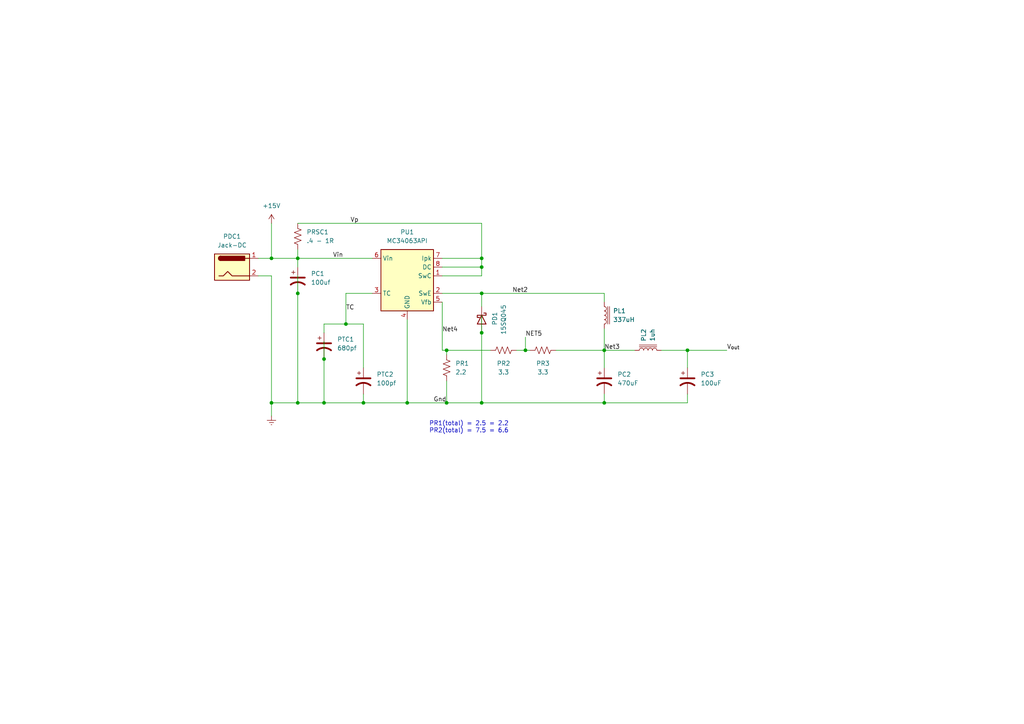
<source format=kicad_sch>
(kicad_sch (version 20231120) (generator "eeschema") (generator_version "8.0")
  (paper "A4")
  (lib_symbols
    (symbol "Connector:Jack-DC" (pin_names (offset 1.016))
      (property "Reference" "J" (at 0 5.334 0))
      (property "Value" "Jack-DC" (at 0 -5.08 0))
      (symbol "Jack-DC_0_1"
        (rectangle (start -5.08 3.81) (end 5.08 -3.81) (stroke (width 0.254)) (fill (type background)))
        (arc (start -3.302 3.175) (mid -3.9343 2.54) (end -3.302 1.905) (stroke (width 0.254)))
        (arc (start -3.302 3.175) (mid -3.9343 2.54) (end -3.302 1.905) (stroke (width 0.254)) (fill (type outline)))
        (polyline (pts (xy 5.08 2.54) (xy 3.81 2.54)) (stroke (width 0.254)))
        (polyline (pts (xy -3.81 -2.54) (xy -2.54 -2.54) (xy -1.27 -1.27) (xy 0 -2.54) (xy 2.54 -2.54) (xy 5.08 -2.54)) (stroke (width 0.254)))
        (rectangle (start 3.683 3.175) (end -3.302 1.905) (stroke (width 0.254)) (fill (type outline)))
      )
      (symbol "Jack-DC_1_1"
        (pin passive line (at 7.62 2.54 180) (length 2.54) (name "~") (number "1"))
        (pin passive line (at 7.62 -2.54 180) (length 2.54) (name "~") (number "2"))
      )
    )
    (symbol "Device:C_Polarized_US" (pin_numbers hide) (pin_names (offset 0.254) hide)
      (property "Reference" "C" (at 0.635 2.54 0))
      (property "Value" "C_Polarized_US" (at 0.635 -2.54 0))
      (symbol "C_Polarized_US_0_1"
        (polyline (pts (xy -2.032 0.762) (xy 2.032 0.762)) (stroke (width 0.508)))
        (polyline (pts (xy -1.778 2.286) (xy -0.762 2.286)))
        (polyline (pts (xy -1.27 1.778) (xy -1.27 2.794)))
        (arc (start 2.032 -1.27) (mid 0 -0.5572) (end -2.032 -1.27) (stroke (width 0.508)))
      )
      (symbol "C_Polarized_US_1_1"
        (pin passive line (at 0 3.81 270) (length 2.794) (name "~") (number "1"))
        (pin passive line (at 0 -3.81 90) (length 3.302) (name "~") (number "2"))
      )
    )
    (symbol "Device:D_Schottky" (pin_numbers hide) (pin_names (offset 1.016) hide)
      (property "Reference" "D" (at 0 2.54 0))
      (property "Value" "D_Schottky" (at 0 -2.54 0))
      (symbol "D_Schottky_0_1"
        (polyline (pts (xy 1.27 0) (xy -1.27 0)))
        (polyline (pts (xy 1.27 1.27) (xy 1.27 -1.27) (xy -1.27 0) (xy 1.27 1.27)) (stroke (width 0.254)))
        (polyline (pts (xy -1.905 0.635) (xy -1.905 1.27) (xy -1.27 1.27) (xy -1.27 -1.27) (xy -0.635 -1.27) (xy -0.635 -0.635)) (stroke (width 0.254)))
      )
      (symbol "D_Schottky_1_1"
        (pin passive line (at -3.81 0 0) (length 2.54) (name "K") (number "1"))
        (pin passive line (at 3.81 0 180) (length 2.54) (name "A") (number "2"))
      )
    )
    (symbol "Device:L_Iron" (pin_numbers hide) (pin_names (offset 1.016) hide)
      (property "Reference" "L" (at -1.27 0 90))
      (property "Value" "L_Iron" (at 2.794 0 90))
      (symbol "L_Iron_0_1"
        (arc (start 0 -2.54) (mid 0.6323 -1.905) (end 0 -1.27))
        (arc (start 0 -1.27) (mid 0.6323 -0.635) (end 0 0))
        (polyline (pts (xy 1.016 2.54) (xy 1.016 -2.54)))
        (polyline (pts (xy 1.524 -2.54) (xy 1.524 2.54)))
        (arc (start 0 0) (mid 0.6323 0.635) (end 0 1.27))
        (arc (start 0 1.27) (mid 0.6323 1.905) (end 0 2.54))
      )
      (symbol "L_Iron_1_1"
        (pin passive line (at 0 3.81 270) (length 1.27) (name "1") (number "1"))
        (pin passive line (at 0 -3.81 90) (length 1.27) (name "2") (number "2"))
      )
    )
    (symbol "Device:R_US" (pin_numbers hide) (pin_names (offset 0))
      (property "Reference" "R" (at 2.54 0 90))
      (property "Value" "R_US" (at -2.54 0 90))
      (symbol "R_US_0_1"
        (polyline (pts (xy 0 -2.286) (xy 0 -2.54)))
        (polyline (pts (xy 0 2.286) (xy 0 2.54)))
        (polyline (pts (xy 0 -0.762) (xy 1.016 -1.143) (xy 0 -1.524) (xy -1.016 -1.905) (xy 0 -2.286)))
        (polyline (pts (xy 0 0.762) (xy 1.016 0.381) (xy 0 0) (xy -1.016 -0.381) (xy 0 -0.762)))
        (polyline (pts (xy 0 2.286) (xy 1.016 1.905) (xy 0 1.524) (xy -1.016 1.143) (xy 0 0.762)))
      )
      (symbol "R_US_1_1"
        (pin passive line (at 0 3.81 270) (length 1.27) (name "~") (number "1"))
        (pin passive line (at 0 -3.81 90) (length 1.27) (name "~") (number "2"))
      )
    )
    (symbol "Regulator_Switching:MC34063AP"
      (property "Reference" "U" (at -7.62 8.89 0))
      (property "Value" "MC34063AP" (at 0 8.89 0))
      (symbol "MC34063AP_0_1"
        (rectangle (start -7.62 7.62) (end 7.62 -10.16) (stroke (width 0.254)) (fill (type background)))
      )
      (symbol "MC34063AP_1_1"
        (pin open_collector line (at 10.16 0 180) (length 2.54) (name "SwC") (number "1"))
        (pin open_emitter line (at 10.16 -5.08 180) (length 2.54) (name "SwE") (number "2"))
        (pin passive line (at -10.16 -5.08 0) (length 2.54) (name "TC") (number "3"))
        (pin power_in line (at 0 -12.7 90) (length 2.54) (name "GND") (number "4"))
        (pin input line (at 10.16 -7.62 180) (length 2.54) (name "Vfb") (number "5"))
        (pin power_in line (at -10.16 5.08 0) (length 2.54) (name "Vin") (number "6"))
        (pin input line (at 10.16 5.08 180) (length 2.54) (name "Ipk") (number "7"))
        (pin open_collector line (at 10.16 2.54 180) (length 2.54) (name "DC") (number "8"))
      )
    )
    (symbol "power:+15V" (power) (pin_names (offset 0))
      (property "Value" "+15V" (at 0 3.556 0))
      (symbol "+15V_0_1"
        (polyline (pts (xy -0.762 1.27) (xy 0 2.54)))
        (polyline (pts (xy 0 0) (xy 0 2.54)))
        (polyline (pts (xy 0 2.54) (xy 0.762 1.27)))
      )
      (symbol "+15V_1_1"
        (pin power_in line (at 0 0 90) (length 0) hide (name "+15V") (number "1"))
      )
    )
    (symbol "power:Earth" (power) (pin_names (offset 0))
      (symbol "Earth_0_1"
        (polyline (pts (xy -0.635 -1.905) (xy 0.635 -1.905)))
        (polyline (pts (xy -0.127 -2.54) (xy 0.127 -2.54)))
        (polyline (pts (xy 0 -1.27) (xy 0 0)))
        (polyline (pts (xy 1.27 -1.27) (xy -1.27 -1.27)))
      )
      (symbol "Earth_1_1"
        (pin power_in line (at 0 0 270) (length 0) hide (name "Earth") (number "1"))
      )
    )
  )
  (junction (at 93.98 104.14))
  (junction (at 86.36 116.84))
  (junction (at 139.7 77.47))
  (junction (at 93.98 116.84))
  (junction (at 78.74 116.84))
  (junction (at 78.74 74.93))
  (junction (at 139.7 74.93))
  (junction (at 105.41 116.84))
  (junction (at 129.54 101.6))
  (junction (at 139.7 96.52))
  (junction (at 175.26 116.84))
  (junction (at 118.11 116.84))
  (junction (at 86.36 74.93))
  (junction (at 152.4 101.6))
  (junction (at 139.7 85.09))
  (junction (at 175.26 101.6))
  (junction (at 129.54 116.84))
  (junction (at 199.39 101.6))
  (junction (at 139.7 116.84))
  (junction (at 100.33 93.98))
  (junction (at 86.36 85.09))
  (wire (pts (xy 105.41 114.3) (xy 105.41 116.84)))
  (wire (pts (xy 139.7 85.09) (xy 139.7 88.9)))
  (wire (pts (xy 86.36 74.93) (xy 86.36 77.47)))
  (wire (pts (xy 74.93 74.93) (xy 78.74 74.93)))
  (wire (pts (xy 128.27 77.47) (xy 139.7 77.47)))
  (wire (pts (xy 86.36 74.93) (xy 107.95 74.93)))
  (wire (pts (xy 78.74 64.77) (xy 78.74 74.93)))
  (wire (pts (xy 139.7 116.84) (xy 175.26 116.84)))
  (wire (pts (xy 86.36 64.77) (xy 139.7 64.77)))
  (wire (pts (xy 191.77 101.6) (xy 199.39 101.6)))
  (wire (pts (xy 129.54 110.49) (xy 129.54 116.84)))
  (wire (pts (xy 128.27 85.09) (xy 139.7 85.09)))
  (wire (pts (xy 74.93 80.01) (xy 78.74 80.01)))
  (wire (pts (xy 118.11 116.84) (xy 129.54 116.84)))
  (wire (pts (xy 86.36 116.84) (xy 93.98 116.84)))
  (wire (pts (xy 100.33 85.09) (xy 100.33 93.98)))
  (wire (pts (xy 139.7 77.47) (xy 139.7 74.93)))
  (wire (pts (xy 139.7 85.09) (xy 175.26 85.09)))
  (wire (pts (xy 128.27 80.01) (xy 139.7 80.01)))
  (wire (pts (xy 78.74 80.01) (xy 78.74 116.84)))
  (wire (pts (xy 86.36 80.01) (xy 86.36 85.09)))
  (wire (pts (xy 86.36 72.39) (xy 86.36 74.93)))
  (wire (pts (xy 161.29 101.6) (xy 175.26 101.6)))
  (wire (pts (xy 93.98 116.84) (xy 105.41 116.84)))
  (wire (pts (xy 139.7 91.44) (xy 139.7 96.52)))
  (wire (pts (xy 129.54 101.6) (xy 129.54 102.87)))
  (wire (pts (xy 105.41 116.84) (xy 118.11 116.84)))
  (wire (pts (xy 175.26 114.3) (xy 175.26 116.84)))
  (wire (pts (xy 152.4 101.6) (xy 153.67 101.6)))
  (wire (pts (xy 128.27 74.93) (xy 139.7 74.93)))
  (wire (pts (xy 175.26 101.6) (xy 175.26 106.68)))
  (wire (pts (xy 86.36 74.93) (xy 78.74 74.93)))
  (wire (pts (xy 86.36 85.09) (xy 86.36 116.84)))
  (wire (pts (xy 152.4 97.79) (xy 152.4 101.6)))
  (wire (pts (xy 118.11 92.71) (xy 118.11 116.84)))
  (wire (pts (xy 128.27 101.6) (xy 129.54 101.6)))
  (wire (pts (xy 100.33 93.98) (xy 105.41 93.98)))
  (wire (pts (xy 139.7 74.93) (xy 139.7 64.77)))
  (wire (pts (xy 175.26 116.84) (xy 199.39 116.84)))
  (wire (pts (xy 128.27 87.63) (xy 128.27 101.6)))
  (wire (pts (xy 139.7 80.01) (xy 139.7 77.47)))
  (wire (pts (xy 93.98 99.06) (xy 93.98 104.14)))
  (wire (pts (xy 199.39 114.3) (xy 199.39 116.84)))
  (wire (pts (xy 93.98 104.14) (xy 93.98 116.84)))
  (wire (pts (xy 175.26 101.6) (xy 184.15 101.6)))
  (wire (pts (xy 100.33 85.09) (xy 107.95 85.09)))
  (wire (pts (xy 139.7 96.52) (xy 139.7 116.84)))
  (wire (pts (xy 129.54 101.6) (xy 142.24 101.6)))
  (wire (pts (xy 105.41 106.68) (xy 105.41 93.98)))
  (wire (pts (xy 175.26 85.09) (xy 175.26 87.63)))
  (wire (pts (xy 78.74 116.84) (xy 86.36 116.84)))
  (wire (pts (xy 199.39 106.68) (xy 199.39 101.6)))
  (wire (pts (xy 175.26 95.25) (xy 175.26 101.6)))
  (wire (pts (xy 199.39 101.6) (xy 210.82 101.6)))
  (wire (pts (xy 78.74 116.84) (xy 78.74 120.65)))
  (wire (pts (xy 93.98 96.52) (xy 93.98 93.98)))
  (wire (pts (xy 149.86 101.6) (xy 152.4 101.6)))
  (wire (pts (xy 129.54 116.84) (xy 139.7 116.84)))
  (wire (pts (xy 93.98 93.98) (xy 100.33 93.98)))
  (text "PR1(total) = 2.5 = 2.2\nPR2(total) = 7.5 = 6.6\n" (at 124.46 125.73 0) (effects (font (size 1.27 1.27)) (justify left bottom)))
  (label "TC" (at 100.33 90.17 0))
  (label "Vp" (at 101.6 64.77 0))
  (label "Net4" (at 128.27 96.52 0))
  (label "Gnd" (at 125.73 116.84 0))
  (label "Net2" (at 148.59 85.09 0))
  (label "NET5" (at 152.4 97.79 0))
  (label "Vin" (at 96.52 74.93 0))
  (label "V_{out}" (at 210.82 101.6 0))
  (label "Net3" (at 175.26 101.6 0))
  (symbol (lib_id "Device:C_Polarized_US") (at 86.36 81.28 0) (unit 1)
    (property "Reference" "PC1" (at 90.17 79.375 0) (effects (justify left)))
    (property "Value" "100uf" (at 90.17 81.915 0) (effects (justify left)))
  )
  (symbol (lib_id "Device:R_US") (at 129.54 106.68 0) (unit 1)
    (property "Reference" "PR1" (at 132.08 105.41 0) (effects (justify left)))
    (property "Value" "2.2" (at 132.08 107.95 0) (effects (justify left)))
  )
  (symbol (lib_id "Device:R_US") (at 146.05 101.6 90) (unit 1)
    (property "Reference" "PR2" (at 146.05 105.41 90))
    (property "Value" "3.3" (at 146.05 107.95 90))
  )
  (symbol (lib_id "Device:L_Iron") (at 175.26 91.44 0) (unit 1)
    (property "Reference" "PL1" (at 177.8 90.17 0) (effects (justify left)))
    (property "Value" "337uH" (at 177.8 92.71 0) (effects (justify left)))
  )
  (symbol (lib_id "Regulator_Switching:MC34063AP") (at 118.11 80.01 0) (unit 1)
    (property "Reference" "PU1" (at 118.11 67.31 0))
    (property "Value" "MC34063API" (at 118.11 69.85 0))
    (property "Footprint" "Package_DIP:DIP-8_W7.62mm" (effects (hide yes)))
    (property "Datasheet" "http://www.onsemi.com/pub_link/Collateral/MC34063A-D.PDF" (effects (hide yes)))
  )
  (symbol (lib_id "Device:C_Polarized_US") (at 93.98 100.33 0) (unit 1)
    (property "Reference" "PTC1" (at 97.79 98.425 0) (effects (justify left)))
    (property "Value" "680pf" (at 97.79 100.965 0) (effects (justify left)))
  )
  (symbol (lib_id "Device:L_Iron") (at 187.96 101.6 90) (unit 1)
    (property "Reference" "PL2" (at 186.69 99.06 0) (effects (justify left)))
    (property "Value" "1uh" (at 189.23 99.06 0) (effects (justify left)))
  )
  (symbol (lib_id "Device:R_US") (at 86.36 68.58 0) (unit 1)
    (property "Reference" "PRSC1" (at 88.9 67.31 0) (effects (justify left)))
    (property "Value" ".4 - 1R" (at 88.9 69.85 0) (effects (justify left)))
  )
  (symbol (lib_id "Device:C_Polarized_US") (at 175.26 110.49 0) (unit 1)
    (property "Reference" "PC2" (at 179.07 108.585 0) (effects (justify left)))
    (property "Value" "470uF" (at 179.07 111.125 0) (effects (justify left)))
  )
  (symbol (lib_id "power:+15V") (at 78.74 64.77 0) (unit 1)
    (property "Reference" "#PWR07" (effects (hide yes)))
    (property "Value" "+15V" (at 78.74 59.69 0))
  )
  (symbol (lib_id "Connector:Jack-DC") (at 67.31 77.47 0) (unit 1)
    (property "Reference" "PDC1" (at 67.31 68.58 0))
    (property "Value" "Jack-DC" (at 67.31 71.12 0))
  )
  (symbol (lib_id "Device:C_Polarized_US") (at 105.41 110.49 0) (unit 1)
    (property "Reference" "PTC2" (at 109.22 108.585 0) (effects (justify left)))
    (property "Value" "100pf" (at 109.22 111.125 0) (effects (justify left)))
  )
  (symbol (lib_id "power:Earth") (at 78.74 120.65 0) (unit 1)
    (property "Reference" "#PWR08" (effects (hide yes)))
    (property "Value" "Earth" (effects (hide yes)))
  )
  (symbol (lib_id "Device:C_Polarized_US") (at 199.39 110.49 0) (unit 1)
    (property "Reference" "PC3" (at 203.2 108.585 0) (effects (justify left)))
    (property "Value" "100uF" (at 203.2 111.125 0) (effects (justify left)))
  )
  (symbol (lib_id "Device:D_Schottky") (at 139.7 92.71 270) (unit 1)
    (property "Reference" "PD1" (at 143.51 92.3925 0))
    (property "Value" "15SQ045" (at 146.05 92.71 0))
  )
  (symbol (lib_id "Device:R_US") (at 157.48 101.6 90) (unit 1)
    (property "Reference" "PR3" (at 157.48 105.41 90))
    (property "Value" "3.3" (at 157.48 107.95 90))
  )
)
</source>
